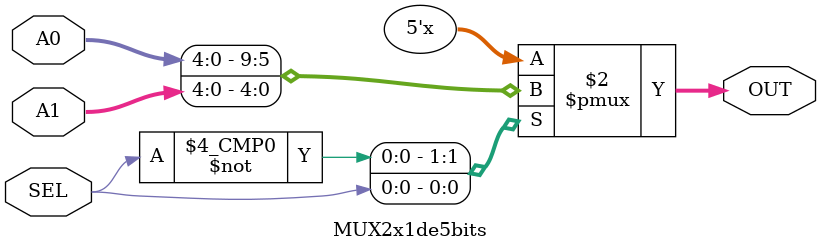
<source format=v>
`timescale 1ns / 1ps
module MUX2x1de5bits(A0,A1,SEL,OUT);
	input [4:0] A0,A1;
	input SEL;
	output reg [4:0] OUT;
	
	always @(A0 or A1 or SEL)
		case (SEL)
			1'b0: OUT=A0;
			1'b1: OUT=A1;
		endcase
	
endmodule

</source>
